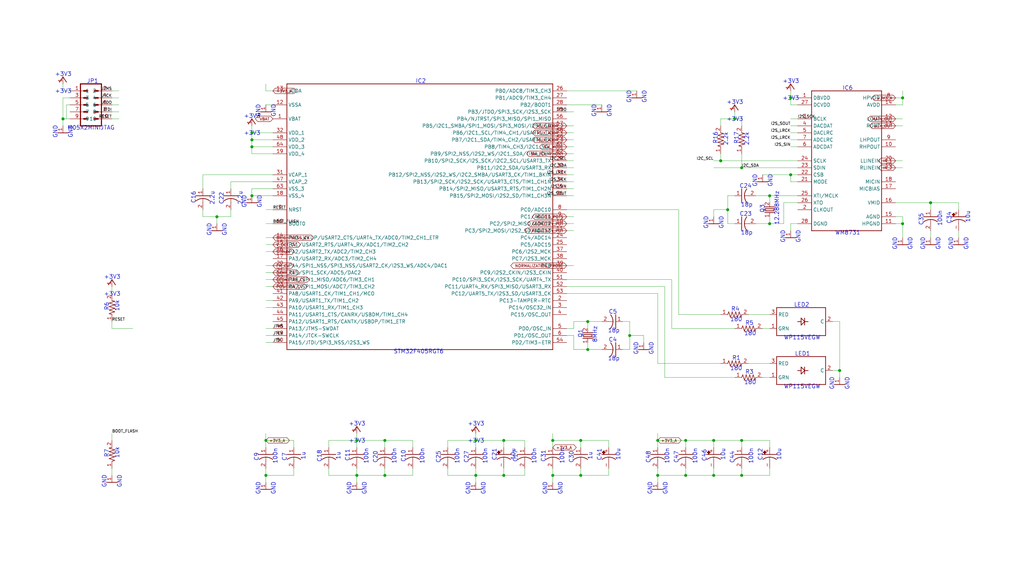
<source format=kicad_sch>
(kicad_sch (version 20231120) (generator "eeschema") (generator_version "8.0")
  (paper "User" 371.729 210.007)
  (junction (at 264.16 76.2))
  (junction (at 261.62 58.42))
  (junction (at 213.36 116.84))
  (junction (at 182.88 160.02))
  (junction (at 139.7 160.02))
  (junction (at 200.66 172.72))
  (junction (at 200.66 160.02))
  (junction (at 182.88 172.72))
  (junction (at 269.24 172.72))
  (junction (at 327.66 81.28))
  (junction (at 78.74 78.74))
  (junction (at 248.92 172.72))
  (junction (at 279.4 81.28))
  (junction (at 238.76 172.72))
  (junction (at 327.66 35.56))
  (junction (at 129.54 172.72))
  (junction (at 96.52 160.02))
  (junction (at 210.82 172.72))
  (junction (at 139.7 172.72))
  (junction (at 228.6 121.92))
  (junction (at 22.86 43.18))
  (junction (at 210.82 160.02))
  (junction (at 172.72 160.02))
  (junction (at 172.72 172.72))
  (junction (at 304.8 134.62))
  (junction (at 279.4 71.12))
  (junction (at 91.44 53.34))
  (junction (at 266.7 43.18))
  (junction (at 91.44 71.12))
  (junction (at 213.36 127))
  (junction (at 91.44 48.26))
  (junction (at 91.44 50.8))
  (junction (at 259.08 160.02))
  (junction (at 269.24 160.02))
  (junction (at 269.24 60.96))
  (junction (at 96.52 172.72))
  (junction (at 337.82 73.66))
  (junction (at 287.02 63.5))
  (junction (at 248.92 160.02))
  (junction (at 259.08 172.72))
  (junction (at 129.54 160.02))
  (junction (at 238.76 160.02))
  (junction (at 287.02 35.56))
  (wire (pts (xy 99.06 76.2) (xy 96.52 76.2)) (stroke (width 0.1)))
  (wire (pts (xy 287.02 63.5) (xy 287.02 66.04)) (stroke (width 0.1)))
  (wire (pts (xy 276.86 119.38) (xy 279.4 119.38)) (stroke (width 0.1)))
  (wire (pts (xy 289.56 38.1) (xy 287.02 38.1)) (stroke (width 0.1)))
  (wire (pts (xy 238.76 172.72) (xy 238.76 175.26)) (stroke (width 0.1)))
  (wire (pts (xy 327.66 81.28) (xy 327.66 86.36)) (stroke (width 0.1)))
  (wire (pts (xy 190.5 172.72) (xy 190.5 170.18)) (stroke (width 0.1)))
  (wire (pts (xy 162.56 170.18) (xy 162.56 172.72)) (stroke (width 0.1)))
  (wire (pts (xy 325.12 35.56) (xy 327.66 35.56)) (stroke (width 0.1)))
  (wire (pts (xy 259.08 160.02) (xy 269.24 160.02)) (stroke (width 0.1)))
  (wire (pts (xy 276.86 137.16) (xy 279.4 137.16)) (stroke (width 0.1)))
  (wire (pts (xy 287.02 81.28) (xy 287.02 83.82)) (stroke (width 0.1)))
  (wire (pts (xy 99.06 124.46) (xy 96.52 124.46)) (stroke (width 0.1)))
  (wire (pts (xy 91.44 50.8) (xy 91.44 53.34)) (stroke (width 0.1)))
  (wire (pts (xy 264.16 81.28) (xy 266.7 81.28)) (stroke (width 0.1)))
  (wire (pts (xy 287.02 53.34) (xy 289.56 53.34)) (stroke (width 0.1)))
  (wire (pts (xy 83.82 78.74) (xy 83.82 76.2)) (stroke (width 0.1)))
  (wire (pts (xy 287.02 48.26) (xy 289.56 48.26)) (stroke (width 0.1)))
  (wire (pts (xy 264.16 71.12) (xy 264.16 76.2)) (stroke (width 0.1)))
  (wire (pts (xy 129.54 160.02) (xy 129.54 157.48)) (stroke (width 0.1)))
  (wire (pts (xy 78.74 81.28) (xy 78.74 78.74)) (stroke (width 0.1)))
  (wire (pts (xy 325.12 60.96) (xy 327.66 60.96)) (stroke (width 0.1)))
  (wire (pts (xy 269.24 45.72) (xy 269.24 43.18)) (stroke (width 0.1)))
  (wire (pts (xy 289.56 81.28) (xy 287.02 81.28)) (stroke (width 0.1)))
  (wire (pts (xy 139.7 160.02) (xy 139.7 162.56)) (stroke (width 0.1)))
  (wire (pts (xy 205.74 50.8) (xy 208.28 50.8)) (stroke (width 0.1)))
  (wire (pts (xy 40.64 170.18) (xy 40.64 172.72)) (stroke (width 0.1)))
  (wire (pts (xy 218.44 127) (xy 213.36 127)) (stroke (width 0.1)))
  (wire (pts (xy 208.28 121.92) (xy 205.74 121.92)) (stroke (width 0.1)))
  (wire (pts (xy 96.52 172.72) (xy 106.68 172.72)) (stroke (width 0.1)))
  (wire (pts (xy 274.32 81.28) (xy 279.4 81.28)) (stroke (width 0.1)))
  (wire (pts (xy 99.06 119.38) (xy 96.52 119.38)) (stroke (width 0.1)))
  (wire (pts (xy 205.74 96.52) (xy 208.28 96.52)) (stroke (width 0.1)))
  (wire (pts (xy 271.78 132.08) (xy 279.4 132.08)) (stroke (width 0.1)))
  (wire (pts (xy 269.24 172.72) (xy 269.24 170.18)) (stroke (width 0.1)))
  (wire (pts (xy 24.13 38.1) (xy 24.13 43.18)) (stroke (width 0.1)))
  (wire (pts (xy 182.88 172.72) (xy 182.88 170.18)) (stroke (width 0.1)))
  (wire (pts (xy 182.88 160.02) (xy 190.5 160.02)) (stroke (width 0.1)))
  (wire (pts (xy 96.52 160.02) (xy 96.52 162.56)) (stroke (width 0.1)))
  (wire (pts (xy 99.06 81.28) (xy 96.52 81.28)) (stroke (width 0.1)))
  (wire (pts (xy 304.8 134.62) (xy 302.26 134.62)) (stroke (width 0.1)))
  (wire (pts (xy 269.24 55.88) (xy 269.24 60.96)) (stroke (width 0.1)))
  (wire (pts (xy 205.74 55.88) (xy 208.28 55.88)) (stroke (width 0.1)))
  (wire (pts (xy 78.74 78.74) (xy 83.82 78.74)) (stroke (width 0.1)))
  (wire (pts (xy 205.74 33.02) (xy 231.14 33.02)) (stroke (width 0.1)))
  (wire (pts (xy 99.06 96.52) (xy 96.52 96.52)) (stroke (width 0.1)))
  (wire (pts (xy 40.64 157.48) (xy 40.64 160.02)) (stroke (width 0.1)))
  (wire (pts (xy 218.44 116.84) (xy 213.36 116.84)) (stroke (width 0.1)))
  (wire (pts (xy 266.7 43.18) (xy 261.62 43.18)) (stroke (width 0.1)))
  (wire (pts (xy 162.56 160.02) (xy 162.56 162.56)) (stroke (width 0.1)))
  (wire (pts (xy 302.26 116.84) (xy 304.8 116.84)) (stroke (width 0.1)))
  (wire (pts (xy 91.44 48.26) (xy 91.44 45.72)) (stroke (width 0.1)))
  (wire (pts (xy 96.52 170.18) (xy 96.52 172.72)) (stroke (width 0.1)))
  (wire (pts (xy 269.24 160.02) (xy 269.24 162.56)) (stroke (width 0.1)))
  (wire (pts (xy 96.52 157.48) (xy 96.52 160.02)) (stroke (width 0.1)))
  (wire (pts (xy 248.92 162.56) (xy 248.92 160.02)) (stroke (width 0.1)))
  (wire (pts (xy 200.66 170.18) (xy 200.66 172.72)) (stroke (width 0.1)))
  (wire (pts (xy 91.44 53.34) (xy 99.06 53.34)) (stroke (width 0.1)))
  (wire (pts (xy 182.88 172.72) (xy 190.5 172.72)) (stroke (width 0.1)))
  (wire (pts (xy 337.82 73.66) (xy 347.98 73.66)) (stroke (width 0.1)))
  (wire (pts (xy 210.82 172.72) (xy 210.82 170.18)) (stroke (width 0.1)))
  (wire (pts (xy 25.4 38.1) (xy 24.13 38.1)) (stroke (width 0.1)))
  (wire (pts (xy 304.8 137.16) (xy 304.8 134.62)) (stroke (width 0.1)))
  (wire (pts (xy 205.74 68.58) (xy 208.28 68.58)) (stroke (width 0.1)))
  (wire (pts (xy 22.86 33.02) (xy 22.86 30.48)) (stroke (width 0.1)))
  (wire (pts (xy 208.28 127) (xy 208.28 121.92)) (stroke (width 0.1)))
  (wire (pts (xy 241.3 104.14) (xy 241.3 137.16)) (stroke (width 0.1)))
  (wire (pts (xy 269.24 160.02) (xy 279.4 160.02)) (stroke (width 0.1)))
  (wire (pts (xy 73.66 78.74) (xy 78.74 78.74)) (stroke (width 0.1)))
  (wire (pts (xy 274.32 71.12) (xy 279.4 71.12)) (stroke (width 0.1)))
  (wire (pts (xy 190.5 160.02) (xy 190.5 162.56)) (stroke (width 0.1)))
  (wire (pts (xy 73.66 68.58) (xy 73.66 63.5)) (stroke (width 0.1)))
  (wire (pts (xy 172.72 172.72) (xy 182.88 172.72)) (stroke (width 0.1)))
  (wire (pts (xy 327.66 38.1) (xy 327.66 35.56)) (stroke (width 0.1)))
  (wire (pts (xy 119.38 160.02) (xy 129.54 160.02)) (stroke (width 0.1)))
  (wire (pts (xy 205.74 106.68) (xy 238.76 106.68)) (stroke (width 0.1)))
  (wire (pts (xy 205.74 71.12) (xy 208.28 71.12)) (stroke (width 0.1)))
  (wire (pts (xy 200.66 160.02) (xy 210.82 160.02)) (stroke (width 0.1)))
  (wire (pts (xy 259.08 160.02) (xy 259.08 162.56)) (stroke (width 0.1)))
  (wire (pts (xy 73.66 63.5) (xy 99.06 63.5)) (stroke (width 0.1)))
  (wire (pts (xy 205.74 66.04) (xy 208.28 66.04)) (stroke (width 0.1)))
  (wire (pts (xy 139.7 172.72) (xy 149.86 172.72)) (stroke (width 0.1)))
  (wire (pts (xy 261.62 58.42) (xy 289.56 58.42)) (stroke (width 0.1)))
  (wire (pts (xy 205.74 83.82) (xy 208.28 83.82)) (stroke (width 0.1)))
  (wire (pts (xy 139.7 160.02) (xy 149.86 160.02)) (stroke (width 0.1)))
  (wire (pts (xy 106.68 172.72) (xy 106.68 170.18)) (stroke (width 0.1)))
  (wire (pts (xy 200.66 172.72) (xy 200.66 175.26)) (stroke (width 0.1)))
  (wire (pts (xy 96.52 160.02) (xy 106.68 160.02)) (stroke (width 0.1)))
  (wire (pts (xy 289.56 35.56) (xy 287.02 35.56)) (stroke (width 0.1)))
  (wire (pts (xy 172.72 160.02) (xy 162.56 160.02)) (stroke (width 0.1)))
  (wire (pts (xy 248.92 172.72) (xy 259.08 172.72)) (stroke (width 0.1)))
  (wire (pts (xy 238.76 162.56) (xy 238.76 160.02)) (stroke (width 0.1)))
  (wire (pts (xy 119.38 162.56) (xy 119.38 160.02)) (stroke (width 0.1)))
  (wire (pts (xy 205.74 53.34) (xy 208.28 53.34)) (stroke (width 0.1)))
  (wire (pts (xy 91.44 55.88) (xy 99.06 55.88)) (stroke (width 0.1)))
  (wire (pts (xy 327.66 78.74) (xy 327.66 81.28)) (stroke (width 0.1)))
  (wire (pts (xy 22.86 43.18) (xy 22.86 45.72)) (stroke (width 0.1)))
  (wire (pts (xy 40.64 119.38) (xy 48.26 119.38)) (stroke (width 0.1)))
  (wire (pts (xy 205.74 45.72) (xy 208.28 45.72)) (stroke (width 0.1)))
  (wire (pts (xy 233.68 121.92) (xy 233.68 124.46)) (stroke (width 0.1)))
  (wire (pts (xy 200.66 172.72) (xy 210.82 172.72)) (stroke (width 0.1)))
  (wire (pts (xy 248.92 170.18) (xy 248.92 172.72)) (stroke (width 0.1)))
  (wire (pts (xy 347.98 73.66) (xy 347.98 76.2)) (stroke (width 0.1)))
  (wire (pts (xy 238.76 170.18) (xy 238.76 172.72)) (stroke (width 0.1)))
  (wire (pts (xy 96.52 172.72) (xy 96.52 175.26)) (stroke (width 0.1)))
  (wire (pts (xy 83.82 66.04) (xy 99.06 66.04)) (stroke (width 0.1)))
  (wire (pts (xy 22.86 35.56) (xy 22.86 43.18)) (stroke (width 0.1)))
  (wire (pts (xy 325.12 43.18) (xy 327.66 43.18)) (stroke (width 0.1)))
  (wire (pts (xy 246.38 114.3) (xy 261.62 114.3)) (stroke (width 0.1)))
  (wire (pts (xy 289.56 71.12) (xy 279.4 71.12)) (stroke (width 0.1)))
  (wire (pts (xy 213.36 127) (xy 213.36 124.127)) (stroke (width 0.1)))
  (wire (pts (xy 325.12 58.42) (xy 327.66 58.42)) (stroke (width 0.1)))
  (wire (pts (xy 259.08 76.2) (xy 259.08 78.74)) (stroke (width 0.1)))
  (wire (pts (xy 119.38 172.72) (xy 129.54 172.72)) (stroke (width 0.1)))
  (wire (pts (xy 99.06 91.44) (xy 96.52 91.44)) (stroke (width 0.1)))
  (wire (pts (xy 83.82 68.58) (xy 83.82 66.04)) (stroke (width 0.1)))
  (wire (pts (xy 238.76 132.08) (xy 261.62 132.08)) (stroke (width 0.1)))
  (wire (pts (xy 96.52 33.02) (xy 96.52 30.48)) (stroke (width 0.1)))
  (wire (pts (xy 91.44 53.34) (xy 91.44 55.88)) (stroke (width 0.1)))
  (wire (pts (xy 205.74 81.28) (xy 208.28 81.28)) (stroke (width 0.1)))
  (wire (pts (xy 99.06 111.76) (xy 96.52 111.76)) (stroke (width 0.1)))
  (wire (pts (xy 287.02 63.5) (xy 276.86 63.5)) (stroke (width 0.1)))
  (wire (pts (xy 129.54 172.72) (xy 139.7 172.72)) (stroke (width 0.1)))
  (wire (pts (xy 325.12 38.1) (xy 327.66 38.1)) (stroke (width 0.1)))
  (wire (pts (xy 325.12 73.66) (xy 337.82 73.66)) (stroke (width 0.1)))
  (wire (pts (xy 287.02 38.1) (xy 287.02 35.56)) (stroke (width 0.1)))
  (wire (pts (xy 287.02 35.56) (xy 287.02 33.02)) (stroke (width 0.1)))
  (wire (pts (xy 182.88 162.56) (xy 182.88 160.02)) (stroke (width 0.1)))
  (wire (pts (xy 119.38 170.18) (xy 119.38 172.72)) (stroke (width 0.1)))
  (wire (pts (xy 205.74 119.38) (xy 208.28 119.38)) (stroke (width 0.1)))
  (wire (pts (xy 25.4 35.56) (xy 22.86 35.56)) (stroke (width 0.1)))
  (wire (pts (xy 162.56 172.72) (xy 172.72 172.72)) (stroke (width 0.1)))
  (wire (pts (xy 205.74 76.2) (xy 246.38 76.2)) (stroke (width 0.1)))
  (wire (pts (xy 99.06 101.6) (xy 96.52 101.6)) (stroke (width 0.1)))
  (wire (pts (xy 200.66 160.02) (xy 200.66 157.48)) (stroke (width 0.1)))
  (wire (pts (xy 106.68 160.02) (xy 106.68 162.56)) (stroke (width 0.1)))
  (wire (pts (xy 149.86 172.72) (xy 149.86 170.18)) (stroke (width 0.1)))
  (wire (pts (xy 205.74 48.26) (xy 208.28 48.26)) (stroke (width 0.1)))
  (wire (pts (xy 200.66 162.56) (xy 200.66 160.02)) (stroke (width 0.1)))
  (wire (pts (xy 99.06 33.02) (xy 96.52 33.02)) (stroke (width 0.1)))
  (wire (pts (xy 99.06 88.9) (xy 96.52 88.9)) (stroke (width 0.1)))
  (wire (pts (xy 40.64 40.64) (xy 43.18 40.64)) (stroke (width 0.1)))
  (wire (pts (xy 279.4 81.28) (xy 279.4 78.407)) (stroke (width 0.1)))
  (wire (pts (xy 73.66 76.2) (xy 73.66 78.74)) (stroke (width 0.1)))
  (wire (pts (xy 238.76 106.68) (xy 238.76 132.08)) (stroke (width 0.1)))
  (wire (pts (xy 266.7 43.18) (xy 266.7 40.64)) (stroke (width 0.1)))
  (wire (pts (xy 264.16 76.2) (xy 264.16 81.28)) (stroke (width 0.1)))
  (wire (pts (xy 205.74 104.14) (xy 241.3 104.14)) (stroke (width 0.1)))
  (wire (pts (xy 241.3 137.16) (xy 266.7 137.16)) (stroke (width 0.1)))
  (wire (pts (xy 325.12 78.74) (xy 327.66 78.74)) (stroke (width 0.1)))
  (wire (pts (xy 91.44 48.26) (xy 91.44 50.8)) (stroke (width 0.1)))
  (wire (pts (xy 40.64 116.84) (xy 40.64 119.38)) (stroke (width 0.1)))
  (wire (pts (xy 172.72 170.18) (xy 172.72 172.72)) (stroke (width 0.1)))
  (wire (pts (xy 228.6 127) (xy 226.06 127)) (stroke (width 0.1)))
  (wire (pts (xy 266.7 119.38) (xy 243.84 119.38)) (stroke (width 0.1)))
  (wire (pts (xy 220.98 172.72) (xy 220.98 170.18)) (stroke (width 0.1)))
  (wire (pts (xy 139.7 172.72) (xy 139.7 170.18)) (stroke (width 0.1)))
  (wire (pts (xy 129.54 160.02) (xy 139.7 160.02)) (stroke (width 0.1)))
  (wire (pts (xy 99.06 104.14) (xy 96.52 104.14)) (stroke (width 0.1)))
  (wire (pts (xy 261.62 55.88) (xy 261.62 58.42)) (stroke (width 0.1)))
  (wire (pts (xy 99.06 99.06) (xy 96.52 99.06)) (stroke (width 0.1)))
  (wire (pts (xy 259.08 172.72) (xy 269.24 172.72)) (stroke (width 0.1)))
  (wire (pts (xy 210.82 160.02) (xy 220.98 160.02)) (stroke (width 0.1)))
  (wire (pts (xy 91.44 50.8) (xy 99.06 50.8)) (stroke (width 0.1)))
  (wire (pts (xy 149.86 160.02) (xy 149.86 162.56)) (stroke (width 0.1)))
  (wire (pts (xy 284.48 73.66) (xy 289.56 73.66)) (stroke (width 0.1)))
  (wire (pts (xy 228.6 116.84) (xy 228.6 121.92)) (stroke (width 0.1)))
  (wire (pts (xy 248.92 160.02) (xy 259.08 160.02)) (stroke (width 0.1)))
  (wire (pts (xy 40.64 38.1) (xy 43.18 38.1)) (stroke (width 0.1)))
  (wire (pts (xy 238.76 160.02) (xy 248.92 160.02)) (stroke (width 0.1)))
  (wire (pts (xy 238.76 172.72) (xy 248.92 172.72)) (stroke (width 0.1)))
  (wire (pts (xy 182.88 160.02) (xy 172.72 160.02)) (stroke (width 0.1)))
  (wire (pts (xy 22.86 43.18) (xy 25.4 43.18)) (stroke (width 0.1)))
  (wire (pts (xy 205.74 63.5) (xy 208.28 63.5)) (stroke (width 0.1)))
  (wire (pts (xy 243.84 119.38) (xy 243.84 101.6)) (stroke (width 0.1)))
  (wire (pts (xy 99.06 86.36) (xy 96.52 86.36)) (stroke (width 0.1)))
  (wire (pts (xy 289.56 43.18) (xy 287.02 43.18)) (stroke (width 0.1)))
  (wire (pts (xy 269.24 60.96) (xy 259.08 60.96)) (stroke (width 0.1)))
  (wire (pts (xy 129.54 162.56) (xy 129.54 160.02)) (stroke (width 0.1)))
  (wire (pts (xy 25.4 33.02) (xy 22.86 33.02)) (stroke (width 0.1)))
  (wire (pts (xy 327.66 35.56) (xy 327.66 33.02)) (stroke (width 0.1)))
  (wire (pts (xy 337.82 73.66) (xy 337.82 76.2)) (stroke (width 0.1)))
  (wire (pts (xy 172.72 172.72) (xy 172.72 175.26)) (stroke (width 0.1)))
  (wire (pts (xy 284.48 81.28) (xy 284.48 73.66)) (stroke (width 0.1)))
  (wire (pts (xy 279.4 81.28) (xy 284.48 81.28)) (stroke (width 0.1)))
  (wire (pts (xy 213.36 127) (xy 208.28 127)) (stroke (width 0.1)))
  (wire (pts (xy 40.64 43.18) (xy 43.18 43.18)) (stroke (width 0.1)))
  (wire (pts (xy 129.54 175.26) (xy 129.54 172.72)) (stroke (width 0.1)))
  (wire (pts (xy 266.7 71.12) (xy 264.16 71.12)) (stroke (width 0.1)))
  (wire (pts (xy 304.8 116.84) (xy 304.8 134.62)) (stroke (width 0.1)))
  (wire (pts (xy 99.06 121.92) (xy 96.52 121.92)) (stroke (width 0.1)))
  (wire (pts (xy 99.06 109.22) (xy 96.52 109.22)) (stroke (width 0.1)))
  (wire (pts (xy 325.12 81.28) (xy 327.66 81.28)) (stroke (width 0.1)))
  (wire (pts (xy 347.98 83.82) (xy 347.98 86.36)) (stroke (width 0.1)))
  (wire (pts (xy 40.64 104.14) (xy 40.64 106.68)) (stroke (width 0.1)))
  (wire (pts (xy 261.62 43.18) (xy 261.62 45.72)) (stroke (width 0.1)))
  (wire (pts (xy 279.4 71.12) (xy 279.4 73.993)) (stroke (width 0.1)))
  (wire (pts (xy 210.82 160.02) (xy 210.82 162.56)) (stroke (width 0.1)))
  (wire (pts (xy 172.72 157.48) (xy 172.72 160.02)) (stroke (width 0.1)))
  (wire (pts (xy 246.38 76.2) (xy 246.38 114.3)) (stroke (width 0.1)))
  (wire (pts (xy 99.06 48.26) (xy 91.44 48.26)) (stroke (width 0.1)))
  (wire (pts (xy 205.74 40.64) (xy 208.28 40.64)) (stroke (width 0.1)))
  (wire (pts (xy 205.74 38.1) (xy 218.44 38.1)) (stroke (width 0.1)))
  (wire (pts (xy 99.06 68.58) (xy 91.44 68.58)) (stroke (width 0.1)))
  (wire (pts (xy 287.02 50.8) (xy 289.56 50.8)) (stroke (width 0.1)))
  (wire (pts (xy 210.82 172.72) (xy 220.98 172.72)) (stroke (width 0.1)))
  (wire (pts (xy 279.4 160.02) (xy 279.4 162.56)) (stroke (width 0.1)))
  (wire (pts (xy 228.6 121.92) (xy 228.6 127)) (stroke (width 0.1)))
  (wire (pts (xy 228.6 121.92) (xy 233.68 121.92)) (stroke (width 0.1)))
  (wire (pts (xy 337.82 83.82) (xy 337.82 86.36)) (stroke (width 0.1)))
  (wire (pts (xy 129.54 172.72) (xy 129.54 170.18)) (stroke (width 0.1)))
  (wire (pts (xy 205.74 60.96) (xy 208.28 60.96)) (stroke (width 0.1)))
  (wire (pts (xy 40.64 33.02) (xy 43.18 33.02)) (stroke (width 0.1)))
  (wire (pts (xy 287.02 45.72) (xy 289.56 45.72)) (stroke (width 0.1)))
  (wire (pts (xy 99.06 38.1) (xy 96.52 38.1)) (stroke (width 0.1)))
  (wire (pts (xy 208.28 119.38) (xy 208.28 116.84)) (stroke (width 0.1)))
  (wire (pts (xy 271.78 114.3) (xy 279.4 114.3)) (stroke (width 0.1)))
  (wire (pts (xy 269.24 43.18) (xy 266.7 43.18)) (stroke (width 0.1)))
  (wire (pts (xy 243.84 101.6) (xy 205.74 101.6)) (stroke (width 0.1)))
  (wire (pts (xy 287.02 66.04) (xy 289.56 66.04)) (stroke (width 0.1)))
  (wire (pts (xy 91.44 68.58) (xy 91.44 71.12)) (stroke (width 0.1)))
  (wire (pts (xy 325.12 45.72) (xy 327.66 45.72)) (stroke (width 0.1)))
  (wire (pts (xy 269.24 172.72) (xy 279.4 172.72)) (stroke (width 0.1)))
  (wire (pts (xy 208.28 116.84) (xy 213.36 116.84)) (stroke (width 0.1)))
  (wire (pts (xy 289.56 63.5) (xy 287.02 63.5)) (stroke (width 0.1)))
  (wire (pts (xy 289.56 60.96) (xy 269.24 60.96)) (stroke (width 0.1)))
  (wire (pts (xy 238.76 160.02) (xy 238.76 157.48)) (stroke (width 0.1)))
  (wire (pts (xy 172.72 160.02) (xy 172.72 162.56)) (stroke (width 0.1)))
  (wire (pts (xy 213.36 116.84) (xy 213.36 119.713)) (stroke (width 0.1)))
  (wire (pts (xy 40.64 35.56) (xy 43.18 35.56)) (stroke (width 0.1)))
  (wire (pts (xy 205.74 78.74) (xy 208.28 78.74)) (stroke (width 0.1)))
  (wire (pts (xy 226.06 116.84) (xy 228.6 116.84)) (stroke (width 0.1)))
  (wire (pts (xy 264.16 76.2) (xy 259.08 76.2)) (stroke (width 0.1)))
  (wire (pts (xy 259.08 58.42) (xy 261.62 58.42)) (stroke (width 0.1)))
  (wire (pts (xy 259.08 172.72) (xy 259.08 170.18)) (stroke (width 0.1)))
  (wire (pts (xy 205.74 58.42) (xy 208.28 58.42)) (stroke (width 0.1)))
  (wire (pts (xy 91.44 71.12) (xy 99.06 71.12)) (stroke (width 0.1)))
  (wire (pts (xy 220.98 160.02) (xy 220.98 162.56)) (stroke (width 0.1)))
  (wire (pts (xy 279.4 172.72) (xy 279.4 170.18)) (stroke (width 0.1)))
  (text "10u" (at 223.52 167.347 90) (effects (font (size 1.48 1.48)) (justify left top)))
  (text "C21" (at 180.34 167.492 90) (effects (font (size 1.48 1.48)) (justify left bottom)))
  (text "10u" (at 350.52 80.987 90) (effects (font (size 1.48 1.48)) (justify left top)))
  (text "R4" (at 265.408 113.284 0) (effects (font (size 1.48 1.48)) (justify left bottom)))
  (text "GND" (at 260.985 83.318 90) (effects (font (size 1.48 1.48)) (justify left top)))
  (text "180" (at 265.027 133.096 0) (effects (font (size 1.48 1.48)) (justify left top)))
  (text "C5" (at 220.958 114.3 0) (effects (font (size 1.48 1.48)) (justify left bottom)))
  (text "GND" (at 198.755 179.838 90) (effects (font (size 1.48 1.48)) (justify left bottom)))
  (text "C20" (at 137.16 168.408 90) (effects (font (size 1.48 1.48)) (justify left bottom)))
  (text "WM8731" (at 303.138 83.82 0) (effects (font (size 1.48 1.48)) (justify left top)))
  (text "C27" (at 170.18 168.408 90) (effects (font (size 1.48 1.48)) (justify left bottom)))
  (text "C16" (at 71.12 74.063 90) (effects (font (size 1.48 1.48)) (justify left bottom)))
  (text "GND" (at 170.815 179.838 90) (effects (font (size 1.48 1.48)) (justify left bottom)))
  (text "GND" (at 257.175 83.318 90) (effects (font (size 1.48 1.48)) (justify left bottom)))
  (text "Q1" (at 211.582 122.922 90) (effects (font (size 1.48 1.48)) (justify left bottom)))
  (text "C46" (at 256.54 167.819 90) (effects (font (size 1.48 1.48)) (justify left bottom)))
  (text "GND" (at 274.955 68.078 90) (effects (font (size 1.48 1.48)) (justify left bottom)))
  (text "GND" (at 127.635 179.838 90) (effects (font (size 1.48 1.48)) (justify left bottom)))
  (text "STM32F405RGT6" (at 142.869 127 0) (effects (font (size 1.48 1.48)) (justify left top)))
  (text "C18" (at 116.84 168.08 90) (effects (font (size 1.48 1.48)) (justify left bottom)))
  (text "C10" (at 147.32 168.08 90) (effects (font (size 1.48 1.48)) (justify left bottom)))
  (text "C7" (at 104.14 167.662 90) (effects (font (size 1.48 1.48)) (justify left bottom)))
  (text "C31" (at 198.12 168.08 90) (effects (font (size 1.48 1.48)) (justify left bottom)))
  (text "C41" (at 218.44 167.529 90) (effects (font (size 1.48 1.48)) (justify left bottom)))
  (text "GND" (at 229.235 37.598 90) (effects (font (size 1.48 1.48)) (justify left bottom)))
  (text "10k" (at 41.656 166.665 90) (effects (font (size 1.48 1.48)) (justify left top)))
  (text "GND" (at 24.765 50.298 90) (effects (font (size 1.48 1.48)) (justify left top)))
  (text "R7" (at 39.624 166.356 90) (effects (font (size 1.48 1.48)) (justify left bottom)))
  (text "180" (at 270.107 138.176 0) (effects (font (size 1.48 1.48)) (justify left top)))
  (text "GND" (at 288.925 88.398 90) (effects (font (size 1.48 1.48)) (justify left top)))
  (text "WP115VEGW" (at 284.499 139.7 0) (effects (font (size 1.48 1.48)) (justify left top)))
  (text "C23" (at 268.472 78.74 0) (effects (font (size 1.48 1.48)) (justify left bottom)))
  (text "C22" (at 81.28 74.428 90) (effects (font (size 1.48 1.48)) (justify left bottom)))
  (text "GND" (at 94.615 42.678 90) (effects (font (size 1.48 1.48)) (justify left bottom)))
  (text "GND" (at 94.615 179.838 90) (effects (font (size 1.48 1.48)) (justify left bottom)))
  (text "LED2" (at 288.193 111.76 0) (effects (font (size 1.48 1.48)) (justify left bottom)))
  (text "+3V3" (at 284.054 30.48 0) (effects (font (size 1.48 1.48)) (justify left bottom)))
  (text "GND" (at 339.725 90.938 90) (effects (font (size 1.48 1.48)) (justify left top)))
  (text "100n" (at 132.08 168.68 90) (effects (font (size 1.48 1.48)) (justify left top)))
  (text "100n" (at 203.2 168.68 90) (effects (font (size 1.48 1.48)) (justify left top)))
  (text "8MHz" (at 215.138 124.63 90) (effects (font (size 1.48 1.48)) (justify left top)))
  (text "GND" (at 325.755 90.938 90) (effects (font (size 1.48 1.48)) (justify left bottom)))
  (text "10u" (at 281.94 167.347 90) (effects (font (size 1.48 1.48)) (justify left top)))
  (text "GND" (at 233.045 37.598 90) (effects (font (size 1.48 1.48)) (justify left top)))
  (text "GND" (at 174.625 179.838 90) (effects (font (size 1.48 1.48)) (justify left top)))
  (text "GND" (at 235.585 129.038 90) (effects (font (size 1.48 1.48)) (justify left top)))
  (text "+3V3" (at 263.734 38.1 0) (effects (font (size 1.48 1.48)) (justify left bottom)))
  (text "18p" (at 268.909 83.82 0) (effects (font (size 1.48 1.48)) (justify left top)))
  (text "IC2" (at 150.872 30.48 0) (effects (font (size 1.48 1.48)) (justify left bottom)))
  (text "10u" (at 185.42 167.347 90) (effects (font (size 1.48 1.48)) (justify left top)))
  (text "GND" (at 349.885 90.938 90) (effects (font (size 1.48 1.48)) (justify left top)))
  (text "GND" (at 89.535 75.698 90) (effects (font (size 1.48 1.48)) (justify left bottom)))
  (text "GND" (at 220.345 42.678 90) (effects (font (size 1.48 1.48)) (justify left top)))
  (text "M05X2MINIJTAG" (at 24.473 45.72 0) (effects (font (size 1.48 1.48)) (justify left top)))
  (text "R3" (at 270.524 136.144 0) (effects (font (size 1.48 1.48)) (justify left bottom)))
  (text "+3V3" (at 263.734 42.545 0) (effects (font (size 1.48 1.48)) (justify left top)))
  (text "GND" (at 20.955 50.298 90) (effects (font (size 1.48 1.48)) (justify left bottom)))
  (text "+3V3" (at 37.674 101.6 0) (effects (font (size 1.48 1.48)) (justify left bottom)))
  (text "JP1" (at 31.491 30.48 0) (effects (font (size 1.48 1.48)) (justify left bottom)))
  (text "GND" (at 335.915 90.938 90) (effects (font (size 1.48 1.48)) (justify left bottom)))
  (text "1u" (at 213.36 167.189 90) (effects (font (size 1.48 1.48)) (justify left top)))
  (text "+3V3" (at 37.674 106.045 0) (effects (font (size 1.48 1.48)) (justify left top)))
  (text "+3V3" (at 284.054 34.925 0) (effects (font (size 1.48 1.48)) (justify left top)))
  (text "180" (at 270.107 120.396 0) (effects (font (size 1.48 1.48)) (justify left top)))
  (text "GND" (at 202.565 179.838 90) (effects (font (size 1.48 1.48)) (justify left top)))
  (text "2.2k" (at 270.256 53.001 90) (effects (font (size 1.48 1.48)) (justify left top)))
  (text "100n" (at 99.06 168.68 90) (effects (font (size 1.48 1.48)) (justify left top)))
  (text "IC6" (at 305.849 33.02 0) (effects (font (size 1.48 1.48)) (justify left bottom)))
  (text "1u" (at 121.92 167.189 90) (effects (font (size 1.48 1.48)) (justify left top)))
  (text "C9" (at 93.98 167.626 90) (effects (font (size 1.48 1.48)) (justify left bottom)))
  (text "GND" (at 98.425 179.838 90) (effects (font (size 1.48 1.48)) (justify left top)))
  (text "1u" (at 109.22 167.189 90) (effects (font (size 1.48 1.48)) (justify left top)))
  (text "GND" (at 131.445 179.838 90) (effects (font (size 1.48 1.48)) (justify left top)))
  (text "10k" (at 41.656 113.325 90) (effects (font (size 1.48 1.48)) (justify left top)))
  (text "+3V3" (at 169.754 154.94 0) (effects (font (size 1.48 1.48)) (justify left bottom)))
  (text "WP115VEGW" (at 284.499 121.92 0) (effects (font (size 1.48 1.48)) (justify left top)))
  (text "100n" (at 142.24 168.68 90) (effects (font (size 1.48 1.48)) (justify left top)))
  (text "+3V3" (at 88.474 47.625 0) (effects (font (size 1.48 1.48)) (justify left top)))
  (text "C48" (at 236.22 168.443 90) (effects (font (size 1.48 1.48)) (justify left bottom)))
  (text "GND" (at 240.665 179.838 90) (effects (font (size 1.48 1.48)) (justify left top)))
  (text "R6" (at 39.624 112.979 90) (effects (font (size 1.48 1.48)) (justify left bottom)))
  (text "100n" (at 193.04 168.68 90) (effects (font (size 1.48 1.48)) (justify left top)))
  (text "GND" (at 329.565 90.938 90) (effects (font (size 1.48 1.48)) (justify left top)))
  (text "18p" (at 220.649 129.54 0) (effects (font (size 1.48 1.48)) (justify left top)))
  (text "GND" (at 80.645 85.858 90) (effects (font (size 1.48 1.48)) (justify left top)))
  (text "+3V3" (at 126.574 159.385 0) (effects (font (size 1.48 1.48)) (justify left top)))
  (text "Q3" (at 277.622 77.529 90) (effects (font (size 1.48 1.48)) (justify left bottom)))
  (text "R16" (at 260.604 52.437 90) (effects (font (size 1.48 1.48)) (justify left bottom)))
  (text "180" (at 265.027 115.316 0) (effects (font (size 1.48 1.48)) (justify left top)))
  (text "C11" (at 127 167.753 90) (effects (font (size 1.48 1.48)) (justify left bottom)))
  (text "100n" (at 165.1 168.68 90) (effects (font (size 1.48 1.48)) (justify left top)))
  (text "100n" (at 271.78 168.68 90) (effects (font (size 1.48 1.48)) (justify left top)))
  (text "R17" (at 268.224 52.474 90) (effects (font (size 1.48 1.48)) (justify left bottom)))
  (text "18p" (at 220.649 119.38 0) (effects (font (size 1.48 1.48)) (justify left top)))
  (text "LED1" (at 288.52 129.54 0) (effects (font (size 1.48 1.48)) (justify left bottom)))
  (text "C4" (at 220.921 124.46 0) (effects (font (size 1.48 1.48)) (justify left bottom)))
  (text "10u" (at 261.62 167.347 90) (effects (font (size 1.48 1.48)) (justify left top)))
  (text "+3V3" (at 169.754 159.385 0) (effects (font (size 1.48 1.48)) (justify left top)))
  (text "C12" (at 276.86 167.492 90) (effects (font (size 1.48 1.48)) (justify left bottom)))
  (text "C17" (at 187.96 168.08 90) (effects (font (size 1.48 1.48)) (justify left bottom)))
  (text "100n" (at 340.36 82.32 90) (effects (font (size 1.48 1.48)) (justify left top)))
  (text "100n" (at 152.4 168.68 90) (effects (font (size 1.48 1.48)) (justify left top)))
  (text "100n" (at 251.46 168.68 90) (effects (font (size 1.48 1.48)) (justify left top)))
  (text "C47" (at 246.38 168.444 90) (effects (font (size 1.48 1.48)) (justify left bottom)))
  (text "GND" (at 236.855 179.838 90) (effects (font (size 1.48 1.48)) (justify left bottom)))
  (text "C25" (at 160.02 168.408 90) (effects (font (size 1.48 1.48)) (justify left bottom)))
  (text "R1" (at 265.771 131.064 0) (effects (font (size 1.48 1.48)) (justify left bottom)))
  (text "C44" (at 266.7 168.481 90) (effects (font (size 1.48 1.48)) (justify left bottom)))
  (text "C24" (at 268.436 68.58 0) (effects (font (size 1.48 1.48)) (justify left bottom)))
  (text "GND" (at 98.425 42.678 90) (effects (font (size 1.48 1.48)) (justify left top)))
  (text "GND" (at 93.345 75.698 90) (effects (font (size 1.48 1.48)) (justify left top)))
  (text "GND" (at 76.835 85.858 90) (effects (font (size 1.48 1.48)) (justify left bottom)))
  (text "GND" (at 306.705 141.738 90) (effects (font (size 1.48 1.48)) (justify left top)))
  (text "C30" (at 208.28 168.408 90) (effects (font (size 1.48 1.48)) (justify left bottom)))
  (text "C35" (at 335.28 82.048 90) (effects (font (size 1.48 1.48)) (justify left bottom)))
  (text "GND" (at 231.775 129.038 90) (effects (font (size 1.48 1.48)) (justify left bottom)))
  (text "+3V3" (at 19.894 32.385 0) (effects (font (size 1.48 1.48)) (justify left top)))
  (text "R5" (at 270.524 118.364 0) (effects (font (size 1.48 1.48)) (justify left bottom)))
  (text "GND" (at 278.765 68.078 90) (effects (font (size 1.48 1.48)) (justify left top)))
  (text "12.288MHz" (at 281.178 81.873 90) (effects (font (size 1.48 1.48)) (justify left top)))
  (text "2.2u" (at 86.36 74.591 90) (effects (font (size 1.48 1.48)) (justify left top)))
  (text "GND" (at 346.075 90.938 90) (effects (font (size 1.48 1.48)) (justify left bottom)))
  (text "GND" (at 38.735 177.298 90) (effects (font (size 1.48 1.48)) (justify left bottom)))
  (text "2.2k" (at 262.636 53.001 90) (effects (font (size 1.48 1.48)) (justify left top)))
  (text "+3V3" (at 126.574 154.94 0) (effects (font (size 1.48 1.48)) (justify left bottom)))
  (text "100n" (at 241.3 168.68 90) (effects (font (size 1.48 1.48)) (justify left top)))
  (text "18p" (at 268.909 73.66 0) (effects (font (size 1.48 1.48)) (justify left top)))
  (text "2.2u" (at 76.2 74.591 90) (effects (font (size 1.48 1.48)) (justify left top)))
  (text "C34" (at 345.44 81.496 90) (effects (font (size 1.48 1.48)) (justify left bottom)))
  (text "GND" (at 285.115 88.398 90) (effects (font (size 1.48 1.48)) (justify left bottom)))
  (text "+3V3" (at 88.474 43.18 0) (effects (font (size 1.48 1.48)) (justify left bottom)))
  (text "GND" (at 42.545 177.298 90) (effects (font (size 1.48 1.48)) (justify left top)))
  (text "+3V3" (at 19.894 27.94 0) (effects (font (size 1.48 1.48)) (justify left bottom)))
  (text "100n" (at 175.26 168.68 90) (effects (font (size 1.48 1.48)) (justify left top)))
  (text "GND" (at 302.895 141.738 90) (effects (font (size 1.48 1.48)) (justify left bottom)))
  (text "GND" (at 216.535 42.678 90) (effects (font (size 1.48 1.48)) (justify left bottom)))
  (label "BOOT_FLASH" (at 40.64 157.48 0) (effects (font (size 1.016 1.016))))
  (label "JTDI" (at 40.64 40.64 180) (effects (font (size 1.016 1.016))))
  (label "JTCK" (at 40.64 35.56 180) (effects (font (size 1.016 1.016))))
  (label "JTMS" (at 99.06 119.38 0) (effects (font (size 1.016 1.016))))
  (label "I2S_LRCK" (at 287.02 50.8 180) (effects (font (size 1.016 1.016))))
  (label "JTCK" (at 99.06 121.92 0) (effects (font (size 1.016 1.016))))
  (label "I2S_SOUT" (at 287.02 45.72 180) (effects (font (size 1.016 1.016))))
  (label "I2S_LRCK" (at 287.02 48.26 180) (effects (font (size 1.016 1.016))))
  (label "I2S_SCK" (at 205.74 66.04 180) (effects (font (size 1.016 1.016))))
  (label "JTDO" (at 40.64 38.1 180) (effects (font (size 1.016 1.016))))
  (label "I2S_SIN" (at 205.74 68.58 180) (effects (font (size 1.016 1.016))))
  (label "I2S_LRCK" (at 205.74 63.5 180) (effects (font (size 1.016 1.016))))
  (label "RESET" (at 99.06 76.2 0) (effects (font (size 1.016 1.016))))
  (label "I2C_SDA" (at 269.24 60.96 0) (effects (font (size 1.016 1.016))))
  (label "RESET" (at 40.64 43.18 180) (effects (font (size 1.016 1.016))))
  (label "I2C_SCL" (at 259.08 58.42 180) (effects (font (size 1.016 1.016))))
  (label "JTDO" (at 205.74 40.64 180) (effects (font (size 1.016 1.016))))
  (label "RESET" (at 40.64 116.84 0) (effects (font (size 1.016 1.016))))
  (label "I2C_SCL" (at 205.74 58.42 180) (effects (font (size 1.016 1.016))))
  (label "I2S_SCK" (at 289.56 43.18 0) (effects (font (size 1.016 1.016))))
  (label "I2S_SOUT" (at 205.74 71.12 180) (effects (font (size 1.016 1.016))))
  (label "JTMS" (at 40.64 33.02 180) (effects (font (size 1.016 1.016))))
  (label "I2C_SDA" (at 205.74 60.96 180) (effects (font (size 1.016 1.016))))
  (label "I2S_SIN" (at 287.02 53.34 180) (effects (font (size 1.016 1.016))))
  (label "BOOT_FLASH" (at 99.06 81.28 0) (effects (font (size 1.016 1.016))))
  (label "JTDI" (at 99.06 124.46 0) (effects (font (size 1.016 1.016))))
  (global_label "MUXED_POTS" (shape bidirectional) (at 205.74 78.74 180) (effects (font (size 1.016 1.016))) (property "Intersheetrefs" "${INTERSHEET_REFS}" (effects (hide yes))))
  (global_label "MUX_ADDR_0" (shape bidirectional) (at 205.74 50.8 180) (effects (font (size 1.016 1.016))) (property "Intersheetrefs" "${INTERSHEET_REFS}" (effects (hide yes))))
  (global_label "+3V3_A" (shape bidirectional) (at 96.52 160.02 0) (effects (font (size 1.016 1.016))) (property "Intersheetrefs" "${INTERSHEET_REFS}" (effects (hide yes))))
  (global_label "IN_1" (shape bidirectional) (at 325.12 58.42 180) (effects (font (size 1.016 1.016))) (property "Intersheetrefs" "${INTERSHEET_REFS}" (effects (hide yes))))
  (global_label "SW_POLYPHONY" (shape bidirectional) (at 205.74 55.88 180) (effects (font (size 1.016 1.016))) (property "Intersheetrefs" "${INTERSHEET_REFS}" (effects (hide yes))))
  (global_label "POSITION_CV" (shape bidirectional) (at 99.06 104.14 0) (effects (font (size 1.016 1.016))) (property "Intersheetrefs" "${INTERSHEET_REFS}" (effects (hide yes))))
  (global_label "DAMP_CV" (shape bidirectional) (at 99.06 99.06 0) (effects (font (size 1.016 1.016))) (property "Intersheetrefs" "${INTERSHEET_REFS}" (effects (hide yes))))
  (global_label "NORMALIZATION_PROBE" (shape bidirectional) (at 205.74 96.52 180) (effects (font (size 1.016 1.016))) (property "Intersheetrefs" "${INTERSHEET_REFS}" (effects (hide yes))))
  (global_label "BRIGHTNESS_CV" (shape bidirectional) (at 99.06 86.36 0) (effects (font (size 1.016 1.016))) (property "Intersheetrefs" "${INTERSHEET_REFS}" (effects (hide yes))))
  (global_label "SW_MODE" (shape bidirectional) (at 205.74 53.34 180) (effects (font (size 1.016 1.016))) (property "Intersheetrefs" "${INTERSHEET_REFS}" (effects (hide yes))))
  (global_label "V_OCT_CV" (shape bidirectional) (at 99.06 88.9 0) (effects (font (size 1.016 1.016))) (property "Intersheetrefs" "${INTERSHEET_REFS}" (effects (hide yes))))
  (global_label "MAIN_OUT" (shape bidirectional) (at 325.12 43.18 180) (effects (font (size 1.016 1.016))) (property "Intersheetrefs" "${INTERSHEET_REFS}" (effects (hide yes))))
  (global_label "IN_2" (shape bidirectional) (at 325.12 60.96 180) (effects (font (size 1.016 1.016))) (property "Intersheetrefs" "${INTERSHEET_REFS}" (effects (hide yes))))
  (global_label "+3V3_A" (shape bidirectional) (at 238.76 160.02 0) (effects (font (size 1.016 1.016))) (property "Intersheetrefs" "${INTERSHEET_REFS}" (effects (hide yes))))
  (global_label "VBAT" (shape bidirectional) (at 99.06 43.18 180) (effects (font (size 1.016 1.016))) (property "Intersheetrefs" "${INTERSHEET_REFS}" (effects (hide yes))))
  (global_label "FREQUENCY_POT" (shape bidirectional) (at 205.74 83.82 180) (effects (font (size 1.016 1.016))) (property "Intersheetrefs" "${INTERSHEET_REFS}" (effects (hide yes))))
  (global_label "FM_CV" (shape bidirectional) (at 99.06 96.52 0) (effects (font (size 1.016 1.016))) (property "Intersheetrefs" "${INTERSHEET_REFS}" (effects (hide yes))))
  (global_label "+3V3_A" (shape bidirectional) (at 200.66 162.56 0) (effects (font (size 1.016 1.016))) (property "Intersheetrefs" "${INTERSHEET_REFS}" (effects (hide yes))))
  (global_label "+3V3_A" (shape bidirectional) (at 99.06 33.02 0) (effects (font (size 1.016 1.016))) (property "Intersheetrefs" "${INTERSHEET_REFS}" (effects (hide yes))))
  (global_label "MUX_ADDR_1" (shape bidirectional) (at 205.74 48.26 180) (effects (font (size 1.016 1.016))) (property "Intersheetrefs" "${INTERSHEET_REFS}" (effects (hide yes))))
  (global_label "MUX_ADDR_2" (shape bidirectional) (at 205.74 45.72 180) (effects (font (size 1.016 1.016))) (property "Intersheetrefs" "${INTERSHEET_REFS}" (effects (hide yes))))
  (global_label "+3V3_A" (shape bidirectional) (at 325.12 35.56 180) (effects (font (size 1.016 1.016))) (property "Intersheetrefs" "${INTERSHEET_REFS}" (effects (hide yes))))
  (global_label "AUX_OUT" (shape bidirectional) (at 325.12 45.72 180) (effects (font (size 1.016 1.016))) (property "Intersheetrefs" "${INTERSHEET_REFS}" (effects (hide yes))))
  (global_label "STRUM" (shape bidirectional) (at 99.06 91.44 0) (effects (font (size 1.016 1.016))) (property "Intersheetrefs" "${INTERSHEET_REFS}" (effects (hide yes))))
  (global_label "GEOMETRY_CV" (shape bidirectional) (at 99.06 101.6 0) (effects (font (size 1.016 1.016))) (property "Intersheetrefs" "${INTERSHEET_REFS}" (effects (hide yes))))
  (global_label "GEOMETRY_POT" (shape bidirectional) (at 205.74 81.28 180) (effects (font (size 1.016 1.016))) (property "Intersheetrefs" "${INTERSHEET_REFS}" (effects (hide yes))))
  (symbol (lib_id "nrings-eagle-import:GND_10") (at 233.68 127 0) (unit 1)
    (property "Reference" "#GND56" (effects (hide yes)))
    (property "Value" "GND" (effects (hide yes)))
  )
  (symbol (lib_id "nrings-eagle-import:+3V3") (at 40.64 102.553 0) (unit 1)
    (property "Reference" "#+3V4" (effects (hide yes)))
    (property "Value" "+3V3" (effects (hide yes)))
  )
  (symbol (lib_id "nrings-eagle-import:+3V3") (at 266.7 39.053 0) (unit 1)
    (property "Reference" "#+3V6" (effects (hide yes)))
    (property "Value" "+3V3" (effects (hide yes)))
  )
  (symbol (lib_id "nrings-eagle-import:M05X2MINIJTAG") (at 33.02 38.1 0) (unit 1)
    (property "Reference" "JP1" (effects (hide yes)))
    (property "Value" "M05X2MINIJTAG" (effects (hide yes)))
    (property "Footprint" "nrings:2X5-1.27" (effects (hide yes)))
  )
  (symbol (lib_id "nrings-eagle-import:GND") (at 238.76 177.8 0) (unit 1)
    (property "Reference" "#GND45" (effects (hide yes)))
    (property "Value" "GND" (effects (hide yes)))
  )
  (symbol (lib_id "nrings-eagle-import:GND") (at 22.86 48.26 0) (unit 1)
    (property "Reference" "#GND67" (effects (hide yes)))
    (property "Value" "GND" (effects (hide yes)))
  )
  (symbol (lib_id "nrings-eagle-import:CPOL-USA") (at 259.08 165.782 0) (unit 1)
    (property "Reference" "C46" (effects (hide yes)))
    (property "Value" "10u" (effects (hide yes)))
    (property "Footprint" "nrings:PANASONIC_A" (effects (hide yes)))
  )
  (symbol (lib_id "nrings-eagle-import:R-US_R0603") (at 271.78 119.38 0) (unit 1)
    (property "Reference" "R5" (effects (hide yes)))
    (property "Value" "180" (effects (hide yes)))
    (property "Footprint" "nrings:RES_0603" (effects (hide yes)))
  )
  (symbol (lib_id "nrings-eagle-import:GND") (at 259.08 81.28 0) (unit 1)
    (property "Reference" "#GND68" (effects (hide yes)))
    (property "Value" "GND" (effects (hide yes)))
  )
  (symbol (lib_id "nrings-eagle-import:+3V3") (at 287.02 31.432 0) (unit 1)
    (property "Reference" "#+3V2" (effects (hide yes)))
    (property "Value" "+3V3" (effects (hide yes)))
  )
  (symbol (lib_id "nrings-eagle-import:GND") (at 327.66 88.9 0) (unit 1)
    (property "Reference" "#GND16" (effects (hide yes)))
    (property "Value" "GND" (effects (hide yes)))
  )
  (symbol (lib_id "nrings-eagle-import:LED-BICOLOR-THROUGHHOLE") (at 290.83 116.84 0) (unit 1)
    (property "Reference" "LED2" (effects (hide yes)))
    (property "Value" "WP115VEGW" (effects (hide yes)))
    (property "Footprint" "nrings:LED-BICOLOR-THROUGHHOLE" (effects (hide yes)))
  )
  (symbol (lib_id "nrings-eagle-import:GND") (at 172.72 177.8 0) (unit 1)
    (property "Reference" "#GND18" (effects (hide yes)))
    (property "Value" "GND" (effects (hide yes)))
  )
  (symbol (lib_id "nrings-eagle-import:C-USC0603_4") (at 190.5 166.37 0) (unit 1)
    (property "Reference" "C17" (effects (hide yes)))
    (property "Value" "100n" (effects (hide yes)))
    (property "Footprint" "nrings:CAP_0603" (effects (hide yes)))
  )
  (symbol (lib_id "nrings-eagle-import:R-US_R0603") (at 271.78 137.16 0) (unit 1)
    (property "Reference" "R3" (effects (hide yes)))
    (property "Value" "180" (effects (hide yes)))
    (property "Footprint" "nrings:RES_0603" (effects (hide yes)))
  )
  (symbol (lib_id "nrings-eagle-import:GND") (at 96.52 40.64 0) (unit 1)
    (property "Reference" "#GND23" (effects (hide yes)))
    (property "Value" "GND" (effects (hide yes)))
  )
  (symbol (lib_id "nrings-eagle-import:CPOL-USA") (at 279.4 165.782 0) (unit 1)
    (property "Reference" "C12" (effects (hide yes)))
    (property "Value" "10u" (effects (hide yes)))
    (property "Footprint" "nrings:PANASONIC_A" (effects (hide yes)))
  )
  (symbol (lib_id "nrings-eagle-import:C-USC0603_4") (at 200.66 166.37 0) (unit 1)
    (property "Reference" "C31" (effects (hide yes)))
    (property "Value" "100n" (effects (hide yes)))
    (property "Footprint" "nrings:CAP_0603" (effects (hide yes)))
  )
  (symbol (lib_id "nrings-eagle-import:C-USC0603_5") (at 270.51 71.12 0) (unit 1)
    (property "Reference" "C24" (effects (hide yes)))
    (property "Value" "18p" (effects (hide yes)))
    (property "Footprint" "nrings:CAP_0603" (effects (hide yes)))
  )
  (symbol (lib_id "nrings-eagle-import:GND") (at 231.14 35.56 0) (unit 1)
    (property "Reference" "#GND70" (effects (hide yes)))
    (property "Value" "GND" (effects (hide yes)))
  )
  (symbol (lib_id "nrings-eagle-import:GND") (at 276.86 66.04 0) (unit 1)
    (property "Reference" "#GND17" (effects (hide yes)))
    (property "Value" "GND" (effects (hide yes)))
  )
  (symbol (lib_id "nrings-eagle-import:+3V3") (at 91.44 44.133 0) (unit 1)
    (property "Reference" "#+3V13" (effects (hide yes)))
    (property "Value" "+3V3" (effects (hide yes)))
  )
  (symbol (lib_id "nrings-eagle-import:C-USC0603_4") (at 129.54 166.37 0) (unit 1)
    (property "Reference" "C11" (effects (hide yes)))
    (property "Value" "100n" (effects (hide yes)))
    (property "Footprint" "nrings:CAP_0603" (effects (hide yes)))
  )
  (symbol (lib_id "nrings-eagle-import:C-USC0603_4") (at 149.86 166.37 0) (unit 1)
    (property "Reference" "C10" (effects (hide yes)))
    (property "Value" "100n" (effects (hide yes)))
    (property "Footprint" "nrings:CAP_0603" (effects (hide yes)))
  )
  (symbol (lib_id "nrings-eagle-import:CPOL-USA") (at 347.98 79.422 0) (unit 1)
    (property "Reference" "C34" (effects (hide yes)))
    (property "Value" "10u" (effects (hide yes)))
    (property "Footprint" "nrings:PANASONIC_A" (effects (hide yes)))
  )
  (symbol (lib_id "nrings-eagle-import:CPOL-USA") (at 220.98 165.782 0) (unit 1)
    (property "Reference" "C41" (effects (hide yes)))
    (property "Value" "10u" (effects (hide yes)))
    (property "Footprint" "nrings:PANASONIC_A" (effects (hide yes)))
  )
  (symbol (lib_id "nrings-eagle-import:GND") (at 218.44 40.64 0) (unit 1)
    (property "Reference" "#GND57" (effects (hide yes)))
    (property "Value" "GND" (effects (hide yes)))
  )
  (symbol (lib_id "nrings-eagle-import:C-USC0603_4") (at 172.72 166.37 0) (unit 1)
    (property "Reference" "C27" (effects (hide yes)))
    (property "Value" "100n" (effects (hide yes)))
    (property "Footprint" "nrings:CAP_0603" (effects (hide yes)))
  )
  (symbol (lib_id "nrings-eagle-import:TSC_7A_CRYSTAL_17") (at 279.4 76.2 0) (unit 1)
    (property "Reference" "Q3" (effects (hide yes)))
    (property "Value" "12.288MHz" (effects (hide yes)))
    (property "Footprint" "nrings:TSC_7A_CRYSTAL" (effects (hide yes)))
  )
  (symbol (lib_id "nrings-eagle-import:GND") (at 129.54 177.8 0) (unit 1)
    (property "Reference" "#GND5" (effects (hide yes)))
    (property "Value" "GND" (effects (hide yes)))
  )
  (symbol (lib_id "nrings-eagle-import:GND") (at 347.98 88.9 0) (unit 1)
    (property "Reference" "#GND21" (effects (hide yes)))
    (property "Value" "GND" (effects (hide yes)))
  )
  (symbol (lib_id "nrings-eagle-import:+3V3") (at 22.86 28.893 0) (unit 1)
    (property "Reference" "#+3V11" (effects (hide yes)))
    (property "Value" "+3V3" (effects (hide yes)))
  )
  (symbol (lib_id "nrings-eagle-import:C-USC0603_4") (at 238.76 166.37 0) (unit 1)
    (property "Reference" "C48" (effects (hide yes)))
    (property "Value" "100n" (effects (hide yes)))
    (property "Footprint" "nrings:CAP_0603" (effects (hide yes)))
  )
  (symbol (lib_id "nrings-eagle-import:C-USC0603_4") (at 337.82 80.01 0) (unit 1)
    (property "Reference" "C35" (effects (hide yes)))
    (property "Value" "100n" (effects (hide yes)))
    (property "Footprint" "nrings:CAP_0603" (effects (hide yes)))
  )
  (symbol (lib_id "nrings-eagle-import:+3V3") (at 129.54 155.893 0) (unit 1)
    (property "Reference" "#+3V8" (effects (hide yes)))
    (property "Value" "+3V3" (effects (hide yes)))
  )
  (symbol (lib_id "nrings-eagle-import:C-USC0805") (at 83.82 72.39 0) (unit 1)
    (property "Reference" "C22" (effects (hide yes)))
    (property "Value" "2.2u" (effects (hide yes)))
    (property "Footprint" "nrings:CAP_0805" (effects (hide yes)))
  )
  (symbol (lib_id "nrings-eagle-import:WM8731") (at 307.34 58.42 0) (unit 1)
    (property "Reference" "IC6" (effects (hide yes)))
    (property "Value" "WM8731" (effects (hide yes)))
    (property "Footprint" "nrings:SSOP28" (effects (hide yes)))
  )
  (symbol (lib_id "nrings-eagle-import:C-USC0603_4") (at 119.38 166.37 0) (unit 1)
    (property "Reference" "C18" (effects (hide yes)))
    (property "Value" "1u" (effects (hide yes)))
    (property "Footprint" "nrings:CAP_0603" (effects (hide yes)))
  )
  (symbol (lib_id "nrings-eagle-import:R-US_R0603_34") (at 40.64 111.76 0) (unit 1)
    (property "Reference" "R6" (effects (hide yes)))
    (property "Value" "10k" (effects (hide yes)))
    (property "Footprint" "nrings:RES_0603" (effects (hide yes)))
  )
  (symbol (lib_id "nrings-eagle-import:GND_10") (at 40.64 175.26 0) (unit 1)
    (property "Reference" "#GND58" (effects (hide yes)))
    (property "Value" "GND" (effects (hide yes)))
  )
  (symbol (lib_id "nrings-eagle-import:C-USC0603_4") (at 96.52 166.37 0) (unit 1)
    (property "Reference" "C9" (effects (hide yes)))
    (property "Value" "100n" (effects (hide yes)))
    (property "Footprint" "nrings:CAP_0603" (effects (hide yes)))
  )
  (symbol (lib_id "nrings-eagle-import:GND") (at 96.52 177.8 0) (unit 1)
    (property "Reference" "#GND65" (effects (hide yes)))
    (property "Value" "GND" (effects (hide yes)))
  )
  (symbol (lib_id "nrings-eagle-import:GND") (at 287.02 86.36 0) (unit 1)
    (property "Reference" "#GND15" (effects (hide yes)))
    (property "Value" "GND" (effects (hide yes)))
  )
  (symbol (lib_id "nrings-eagle-import:C-USC0805") (at 73.66 72.39 0) (unit 1)
    (property "Reference" "C16" (effects (hide yes)))
    (property "Value" "2.2u" (effects (hide yes)))
    (property "Footprint" "nrings:CAP_0805" (effects (hide yes)))
  )
  (symbol (lib_id "nrings-eagle-import:+3V3") (at 172.72 155.893 0) (unit 1)
    (property "Reference" "#+3V5" (effects (hide yes)))
    (property "Value" "+3V3" (effects (hide yes)))
  )
  (symbol (lib_id "nrings-eagle-import:GND") (at 91.44 73.66 0) (unit 1)
    (property "Reference" "#GND40" (effects (hide yes)))
    (property "Value" "GND" (effects (hide yes)))
  )
  (symbol (lib_id "nrings-eagle-import:C-USC0603_4") (at 248.92 166.37 0) (unit 1)
    (property "Reference" "C47" (effects (hide yes)))
    (property "Value" "100n" (effects (hide yes)))
    (property "Footprint" "nrings:CAP_0603" (effects (hide yes)))
  )
  (symbol (lib_id "nrings-eagle-import:R-US_R0603_34") (at 269.24 50.8 0) (unit 1)
    (property "Reference" "R17" (effects (hide yes)))
    (property "Value" "2.2k" (effects (hide yes)))
    (property "Footprint" "nrings:RES_0603" (effects (hide yes)))
  )
  (symbol (lib_id "nrings-eagle-import:TSC_7A_CRYSTAL") (at 213.36 121.92 0) (unit 1)
    (property "Reference" "Q1" (effects (hide yes)))
    (property "Value" "8MHz" (effects (hide yes)))
    (property "Footprint" "nrings:TSC_7A_CRYSTAL" (effects (hide yes)))
  )
  (symbol (lib_id "nrings-eagle-import:C-USC0603_4") (at 210.82 166.37 0) (unit 1)
    (property "Reference" "C30" (effects (hide yes)))
    (property "Value" "1u" (effects (hide yes)))
    (property "Footprint" "nrings:CAP_0603" (effects (hide yes)))
  )
  (symbol (lib_id "nrings-eagle-import:GND") (at 78.74 83.82 0) (unit 1)
    (property "Reference" "#GND55" (effects (hide yes)))
    (property "Value" "GND" (effects (hide yes)))
  )
  (symbol (lib_id "nrings-eagle-import:LED-BICOLOR-THROUGHHOLE") (at 290.83 134.62 0) (unit 1)
    (property "Reference" "LED1" (effects (hide yes)))
    (property "Value" "WP115VEGW" (effects (hide yes)))
    (property "Footprint" "nrings:LED-BICOLOR-THROUGHHOLE" (effects (hide yes)))
  )
  (symbol (lib_id "nrings-eagle-import:R-US_R0603") (at 266.7 114.3 0) (unit 1)
    (property "Reference" "R4" (effects (hide yes)))
    (property "Value" "180" (effects (hide yes)))
    (property "Footprint" "nrings:RES_0603" (effects (hide yes)))
  )
  (symbol (lib_id "nrings-eagle-import:GND") (at 304.8 139.7 0) (unit 1)
    (property "Reference" "#GND64" (effects (hide yes)))
    (property "Value" "GND" (effects (hide yes)))
  )
  (symbol (lib_id "nrings-eagle-import:C-USC0603_4") (at 139.7 166.37 0) (unit 1)
    (property "Reference" "C20" (effects (hide yes)))
    (property "Value" "100n" (effects (hide yes)))
    (property "Footprint" "nrings:CAP_0603" (effects (hide yes)))
  )
  (symbol (lib_id "nrings-eagle-import:C-USC0603_4") (at 269.24 166.37 0) (unit 1)
    (property "Reference" "C44" (effects (hide yes)))
    (property "Value" "100n" (effects (hide yes)))
    (property "Footprint" "nrings:CAP_0603" (effects (hide yes)))
  )
  (symbol (lib_id "nrings-eagle-import:R-US_R0603_35") (at 40.64 165.1 0) (unit 1)
    (property "Reference" "R7" (effects (hide yes)))
    (property "Value" "10k" (effects (hide yes)))
    (property "Footprint" "nrings:RES_0603" (effects (hide yes)))
  )
  (symbol (lib_id "nrings-eagle-import:CPOL-USA") (at 182.88 165.782 0) (unit 1)
    (property "Reference" "C21" (effects (hide yes)))
    (property "Value" "10u" (effects (hide yes)))
    (property "Footprint" "nrings:PANASONIC_A" (effects (hide yes)))
  )
  (symbol (lib_id "nrings-eagle-import:C-USC0603_4") (at 106.68 166.37 0) (unit 1)
    (property "Reference" "C7" (effects (hide yes)))
    (property "Value" "1u" (effects (hide yes)))
    (property "Footprint" "nrings:CAP_0603" (effects (hide yes)))
  )
  (symbol (lib_id "nrings-eagle-import:C-USC0603_4") (at 162.56 166.37 0) (unit 1)
    (property "Reference" "C25" (effects (hide yes)))
    (property "Value" "100n" (effects (hide yes)))
    (property "Footprint" "nrings:CAP_0603" (effects (hide yes)))
  )
  (symbol (lib_id "nrings-eagle-import:R-US_R0603") (at 266.7 132.08 0) (unit 1)
    (property "Reference" "R1" (effects (hide yes)))
    (property "Value" "180" (effects (hide yes)))
    (property "Footprint" "nrings:RES_0603" (effects (hide yes)))
  )
  (symbol (lib_id "nrings-eagle-import:STM32F20X") (at 152.4 78.74 0) (unit 1)
    (property "Reference" "IC2" (effects (hide yes)))
    (property "Value" "STM32F405RGT6" (effects (hide yes)))
    (property "Footprint" "nrings:TQFP-10X10-64" (effects (hide yes)))
  )
  (symbol (lib_id "nrings-eagle-import:C-USC0603") (at 222.25 116.84 0) (unit 1)
    (property "Reference" "C5" (effects (hide yes)))
    (property "Value" "18p" (effects (hide yes)))
    (property "Footprint" "nrings:CAP_0603" (effects (hide yes)))
  )
  (symbol (lib_id "nrings-eagle-import:GND") (at 200.66 177.8 0) (unit 1)
    (property "Reference" "#GND19" (effects (hide yes)))
    (property "Value" "GND" (effects (hide yes)))
  )
  (symbol (lib_id "nrings-eagle-import:R-US_R0603_34") (at 261.62 50.8 0) (unit 1)
    (property "Reference" "R16" (effects (hide yes)))
    (property "Value" "2.2k" (effects (hide yes)))
    (property "Footprint" "nrings:RES_0603" (effects (hide yes)))
  )
  (symbol (lib_id "nrings-eagle-import:C-USC0603") (at 222.25 127 0) (unit 1)
    (property "Reference" "C4" (effects (hide yes)))
    (property "Value" "18p" (effects (hide yes)))
    (property "Footprint" "nrings:CAP_0603" (effects (hide yes)))
  )
  (symbol (lib_id "nrings-eagle-import:C-USC0603_5") (at 270.51 81.28 0) (unit 1)
    (property "Reference" "C23" (effects (hide yes)))
    (property "Value" "18p" (effects (hide yes)))
    (property "Footprint" "nrings:CAP_0603" (effects (hide yes)))
  )
  (symbol (lib_id "nrings-eagle-import:GND") (at 337.82 88.9 0) (unit 1)
    (property "Reference" "#GND20" (effects (hide yes)))
    (property "Value" "GND" (effects (hide yes)))
  )
)
</source>
